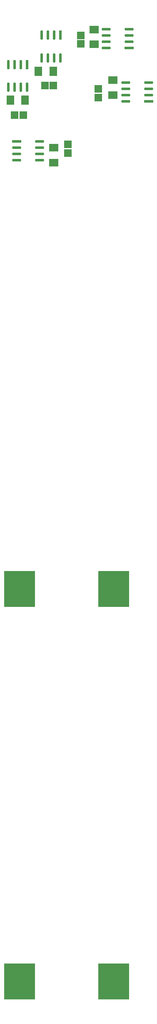
<source format=gbr>
G04*
G04 #@! TF.GenerationSoftware,Altium Limited,Altium Designer,22.11.1 (43)*
G04*
G04 Layer_Color=8421504*
%FSLAX44Y44*%
%MOMM*%
G71*
G04*
G04 #@! TF.SameCoordinates,B6AE56F5-1224-44F4-9462-935C271CF011*
G04*
G04*
G04 #@! TF.FilePolarity,Positive*
G04*
G01*
G75*
%ADD15R,6.3500X7.3400*%
%ADD16R,1.5562X1.5781*%
%ADD17R,1.9062X1.5046*%
%ADD18R,1.5781X1.5562*%
%ADD19R,1.5046X1.9062*%
G04:AMPARAMS|DCode=20|XSize=1.8741mm|YSize=0.5421mm|CornerRadius=0.2711mm|HoleSize=0mm|Usage=FLASHONLY|Rotation=180.000|XOffset=0mm|YOffset=0mm|HoleType=Round|Shape=RoundedRectangle|*
%AMROUNDEDRECTD20*
21,1,1.8741,0.0000,0,0,180.0*
21,1,1.3319,0.5421,0,0,180.0*
1,1,0.5421,-0.6660,0.0000*
1,1,0.5421,0.6660,0.0000*
1,1,0.5421,0.6660,0.0000*
1,1,0.5421,-0.6660,0.0000*
%
%ADD20ROUNDEDRECTD20*%
G04:AMPARAMS|DCode=21|XSize=1.8741mm|YSize=0.5421mm|CornerRadius=0.2711mm|HoleSize=0mm|Usage=FLASHONLY|Rotation=270.000|XOffset=0mm|YOffset=0mm|HoleType=Round|Shape=RoundedRectangle|*
%AMROUNDEDRECTD21*
21,1,1.8741,0.0000,0,0,270.0*
21,1,1.3319,0.5421,0,0,270.0*
1,1,0.5421,0.0000,-0.6660*
1,1,0.5421,0.0000,0.6660*
1,1,0.5421,0.0000,0.6660*
1,1,0.5421,0.0000,-0.6660*
%
%ADD21ROUNDEDRECTD21*%
%ADD22R,1.8741X0.5421*%
%ADD23R,0.5421X1.8741*%
D15*
X362920Y1081100D02*
D03*
X554020Y284600D02*
D03*
X362920D02*
D03*
X554020Y1081100D02*
D03*
D16*
X487000Y2205281D02*
D03*
Y2188000D02*
D03*
X523000Y2096281D02*
D03*
Y2079000D02*
D03*
X461000Y1966359D02*
D03*
Y1983641D02*
D03*
D17*
X552000Y2114008D02*
D03*
X514000Y2217008D02*
D03*
X432000Y1946992D02*
D03*
X552000Y2083992D02*
D03*
X514000Y2186992D02*
D03*
X432000Y1977008D02*
D03*
D18*
X353000Y2043000D02*
D03*
X370281D02*
D03*
X414359Y2103000D02*
D03*
X431641D02*
D03*
D19*
X344000Y2074000D02*
D03*
X400992Y2132000D02*
D03*
X374016Y2074000D02*
D03*
X431008Y2132000D02*
D03*
D20*
X578839Y2109050D02*
D03*
Y2070950D02*
D03*
X538839Y2218050D02*
D03*
Y2179950D02*
D03*
X403161Y1951950D02*
D03*
Y1990050D02*
D03*
X578839Y2096350D02*
D03*
X538839Y2205350D02*
D03*
X403161Y1964650D02*
D03*
X578839Y2083650D02*
D03*
X538839Y2192650D02*
D03*
X403161Y1977350D02*
D03*
X356839Y1951950D02*
D03*
Y1964650D02*
D03*
X585161Y2205350D02*
D03*
Y2218050D02*
D03*
X625161Y2096350D02*
D03*
Y2109050D02*
D03*
X356839Y1977350D02*
D03*
X585161Y2192650D02*
D03*
X625161Y2083650D02*
D03*
D21*
X339950Y2099839D02*
D03*
X378050D02*
D03*
X407300Y2159679D02*
D03*
X445400D02*
D03*
X352650Y2099839D02*
D03*
X420000Y2159679D02*
D03*
X365350Y2099839D02*
D03*
X432700Y2159679D02*
D03*
X339950Y2146161D02*
D03*
X352650D02*
D03*
X407300Y2206000D02*
D03*
X420000D02*
D03*
X365350Y2146161D02*
D03*
X432700Y2206000D02*
D03*
D22*
X356839Y1990050D02*
D03*
X625161Y2070950D02*
D03*
X585161Y2179950D02*
D03*
D23*
X378050Y2146161D02*
D03*
X445400Y2206000D02*
D03*
M02*

</source>
